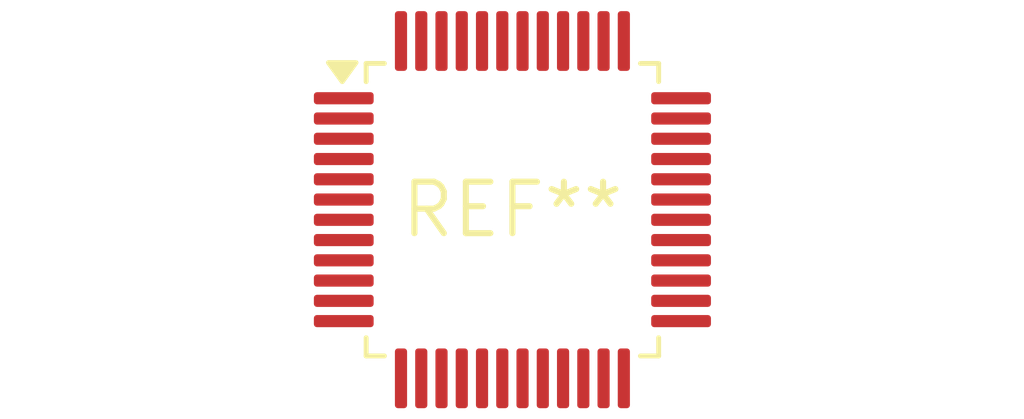
<source format=kicad_pcb>
(kicad_pcb (version 20240108) (generator pcbnew)
  (layers (0 "F.Cu" signal) (31 "B.Cu" signal) (34 "B.Paste" user) (35 "F.Paste" user) (36 "B.SilkS" user "B.Silkscreen") (37 "F.SilkS" user "F.Silkscreen") (38 "B.Mask" user) (39 "F.Mask" user) (44 "Edge.Cuts" user))
  (net 0 "")
  (footprint "TQFP-48_7x7mm_P0.5mm" (layer "F.Cu") (at 0 0)
    (property "Reference" "REF**")
    (property "Value" "TQFP-48_7x7mm_P0.5mm")
    (fp_line (start -3.61 -3.61) (end -3.61 -3.16) (layer "F.SilkS") (stroke (width 0.12)))
    (fp_line (start -3.61 3.61) (end -3.61 3.16) (layer "F.SilkS") (stroke (width 0.12)))
    (fp_line (start -3.16 -3.61) (end -3.61 -3.61) (layer "F.SilkS") (stroke (width 0.12)))
    (fp_line (start -3.16 3.61) (end -3.61 3.61) (layer "F.SilkS") (stroke (width 0.12)))
    (fp_line (start 3.16 -3.61) (end 3.61 -3.61) (layer "F.SilkS") (stroke (width 0.12)))
    (fp_line (start 3.16 3.61) (end 3.61 3.61) (layer "F.SilkS") (stroke (width 0.12)))
    (fp_line (start 3.61 -3.61) (end 3.61 -3.16) (layer "F.SilkS") (stroke (width 0.12)))
    (fp_line (start 3.61 3.61) (end 3.61 3.16) (layer "F.SilkS") (stroke (width 0.12)))
    (fp_poly (pts (xy -4.2 -3.16) (xy -4.54 -3.63) (xy -3.86 -3.63) (xy -4.2 -3.16)) (layer "F.SilkS") (stroke (width 0.12)) (fill solid))
    (pad "1" smd roundrect (at -4.1625 -2.75) (size 1.475 0.3) (layers "F.Cu" "F.Paste" "F.Mask"))
    (pad "2" smd roundrect (at -4.1625 -2.25) (size 1.475 0.3) (layers "F.Cu" "F.Paste" "F.Mask"))
    (pad "3" smd roundrect (at -4.1625 -1.75) (size 1.475 0.3) (layers "F.Cu" "F.Paste" "F.Mask"))
    (pad "4" smd roundrect (at -4.1625 -1.25) (size 1.475 0.3) (layers "F.Cu" "F.Paste" "F.Mask"))
    (pad "5" smd roundrect (at -4.1625 -0.75) (size 1.475 0.3) (layers "F.Cu" "F.Paste" "F.Mask"))
    (pad "6" smd roundrect (at -4.1625 -0.25) (size 1.475 0.3) (layers "F.Cu" "F.Paste" "F.Mask"))
    (pad "7" smd roundrect (at -4.1625 0.25) (size 1.475 0.3) (layers "F.Cu" "F.Paste" "F.Mask"))
    (pad "8" smd roundrect (at -4.1625 0.75) (size 1.475 0.3) (layers "F.Cu" "F.Paste" "F.Mask"))
    (pad "9" smd roundrect (at -4.1625 1.25) (size 1.475 0.3) (layers "F.Cu" "F.Paste" "F.Mask"))
    (pad "10" smd roundrect (at -4.1625 1.75) (size 1.475 0.3) (layers "F.Cu" "F.Paste" "F.Mask"))
    (pad "11" smd roundrect (at -4.1625 2.25) (size 1.475 0.3) (layers "F.Cu" "F.Paste" "F.Mask"))
    (pad "12" smd roundrect (at -4.1625 2.75) (size 1.475 0.3) (layers "F.Cu" "F.Paste" "F.Mask"))
    (pad "13" smd roundrect (at -2.75 4.1625) (size 0.3 1.475) (layers "F.Cu" "F.Paste" "F.Mask"))
    (pad "14" smd roundrect (at -2.25 4.1625) (size 0.3 1.475) (layers "F.Cu" "F.Paste" "F.Mask"))
    (pad "15" smd roundrect (at -1.75 4.1625) (size 0.3 1.475) (layers "F.Cu" "F.Paste" "F.Mask"))
    (pad "16" smd roundrect (at -1.25 4.1625) (size 0.3 1.475) (layers "F.Cu" "F.Paste" "F.Mask"))
    (pad "17" smd roundrect (at -0.75 4.1625) (size 0.3 1.475) (layers "F.Cu" "F.Paste" "F.Mask"))
    (pad "18" smd roundrect (at -0.25 4.1625) (size 0.3 1.475) (layers "F.Cu" "F.Paste" "F.Mask"))
    (pad "19" smd roundrect (at 0.25 4.1625) (size 0.3 1.475) (layers "F.Cu" "F.Paste" "F.Mask"))
    (pad "20" smd roundrect (at 0.75 4.1625) (size 0.3 1.475) (layers "F.Cu" "F.Paste" "F.Mask"))
    (pad "21" smd roundrect (at 1.25 4.1625) (size 0.3 1.475) (layers "F.Cu" "F.Paste" "F.Mask"))
    (pad "22" smd roundrect (at 1.75 4.1625) (size 0.3 1.475) (layers "F.Cu" "F.Paste" "F.Mask"))
    (pad "23" smd roundrect (at 2.25 4.1625) (size 0.3 1.475) (layers "F.Cu" "F.Paste" "F.Mask"))
    (pad "24" smd roundrect (at 2.75 4.1625) (size 0.3 1.475) (layers "F.Cu" "F.Paste" "F.Mask"))
    (pad "25" smd roundrect (at 4.1625 2.75) (size 1.475 0.3) (layers "F.Cu" "F.Paste" "F.Mask"))
    (pad "26" smd roundrect (at 4.1625 2.25) (size 1.475 0.3) (layers "F.Cu" "F.Paste" "F.Mask"))
    (pad "27" smd roundrect (at 4.1625 1.75) (size 1.475 0.3) (layers "F.Cu" "F.Paste" "F.Mask"))
    (pad "28" smd roundrect (at 4.1625 1.25) (size 1.475 0.3) (layers "F.Cu" "F.Paste" "F.Mask"))
    (pad "29" smd roundrect (at 4.1625 0.75) (size 1.475 0.3) (layers "F.Cu" "F.Paste" "F.Mask"))
    (pad "30" smd roundrect (at 4.1625 0.25) (size 1.475 0.3) (layers "F.Cu" "F.Paste" "F.Mask"))
    (pad "31" smd roundrect (at 4.1625 -0.25) (size 1.475 0.3) (layers "F.Cu" "F.Paste" "F.Mask"))
    (pad "32" smd roundrect (at 4.1625 -0.75) (size 1.475 0.3) (layers "F.Cu" "F.Paste" "F.Mask"))
    (pad "33" smd roundrect (at 4.1625 -1.25) (size 1.475 0.3) (layers "F.Cu" "F.Paste" "F.Mask"))
    (pad "34" smd roundrect (at 4.1625 -1.75) (size 1.475 0.3) (layers "F.Cu" "F.Paste" "F.Mask"))
    (pad "35" smd roundrect (at 4.1625 -2.25) (size 1.475 0.3) (layers "F.Cu" "F.Paste" "F.Mask"))
    (pad "36" smd roundrect (at 4.1625 -2.75) (size 1.475 0.3) (layers "F.Cu" "F.Paste" "F.Mask"))
    (pad "37" smd roundrect (at 2.75 -4.1625) (size 0.3 1.475) (layers "F.Cu" "F.Paste" "F.Mask"))
    (pad "38" smd roundrect (at 2.25 -4.1625) (size 0.3 1.475) (layers "F.Cu" "F.Paste" "F.Mask"))
    (pad "39" smd roundrect (at 1.75 -4.1625) (size 0.3 1.475) (layers "F.Cu" "F.Paste" "F.Mask"))
    (pad "40" smd roundrect (at 1.25 -4.1625) (size 0.3 1.475) (layers "F.Cu" "F.Paste" "F.Mask"))
    (pad "41" smd roundrect (at 0.75 -4.1625) (size 0.3 1.475) (layers "F.Cu" "F.Paste" "F.Mask"))
    (pad "42" smd roundrect (at 0.25 -4.1625) (size 0.3 1.475) (layers "F.Cu" "F.Paste" "F.Mask"))
    (pad "43" smd roundrect (at -0.25 -4.1625) (size 0.3 1.475) (layers "F.Cu" "F.Paste" "F.Mask"))
    (pad "44" smd roundrect (at -0.75 -4.1625) (size 0.3 1.475) (layers "F.Cu" "F.Paste" "F.Mask"))
    (pad "45" smd roundrect (at -1.25 -4.1625) (size 0.3 1.475) (layers "F.Cu" "F.Paste" "F.Mask"))
    (pad "46" smd roundrect (at -1.75 -4.1625) (size 0.3 1.475) (layers "F.Cu" "F.Paste" "F.Mask"))
    (pad "47" smd roundrect (at -2.25 -4.1625) (size 0.3 1.475) (layers "F.Cu" "F.Paste" "F.Mask"))
    (pad "48" smd roundrect (at -2.75 -4.1625) (size 0.3 1.475) (layers "F.Cu" "F.Paste" "F.Mask"))
  )
)
</source>
